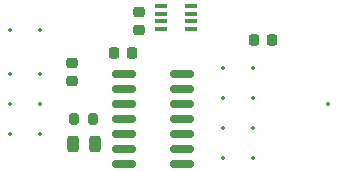
<source format=gtp>
%TF.GenerationSoftware,KiCad,Pcbnew,9.0.5*%
%TF.CreationDate,2025-11-26T16:17:29+01:00*%
%TF.ProjectId,Stacja_pogody_SD,53746163-6a61-45f7-906f-676f64795f53,rev?*%
%TF.SameCoordinates,Original*%
%TF.FileFunction,Paste,Top*%
%TF.FilePolarity,Positive*%
%FSLAX46Y46*%
G04 Gerber Fmt 4.6, Leading zero omitted, Abs format (unit mm)*
G04 Created by KiCad (PCBNEW 9.0.5) date 2025-11-26 16:17:29*
%MOMM*%
%LPD*%
G01*
G04 APERTURE LIST*
G04 Aperture macros list*
%AMRoundRect*
0 Rectangle with rounded corners*
0 $1 Rounding radius*
0 $2 $3 $4 $5 $6 $7 $8 $9 X,Y pos of 4 corners*
0 Add a 4 corners polygon primitive as box body*
4,1,4,$2,$3,$4,$5,$6,$7,$8,$9,$2,$3,0*
0 Add four circle primitives for the rounded corners*
1,1,$1+$1,$2,$3*
1,1,$1+$1,$4,$5*
1,1,$1+$1,$6,$7*
1,1,$1+$1,$8,$9*
0 Add four rect primitives between the rounded corners*
20,1,$1+$1,$2,$3,$4,$5,0*
20,1,$1+$1,$4,$5,$6,$7,0*
20,1,$1+$1,$6,$7,$8,$9,0*
20,1,$1+$1,$8,$9,$2,$3,0*%
G04 Aperture macros list end*
%ADD10R,1.000000X0.350000*%
%ADD11RoundRect,0.225000X-0.250000X0.225000X-0.250000X-0.225000X0.250000X-0.225000X0.250000X0.225000X0*%
%ADD12RoundRect,0.200000X0.200000X0.275000X-0.200000X0.275000X-0.200000X-0.275000X0.200000X-0.275000X0*%
%ADD13RoundRect,0.225000X0.225000X0.250000X-0.225000X0.250000X-0.225000X-0.250000X0.225000X-0.250000X0*%
%ADD14RoundRect,0.243750X0.243750X0.456250X-0.243750X0.456250X-0.243750X-0.456250X0.243750X-0.456250X0*%
%ADD15RoundRect,0.150000X-0.825000X-0.150000X0.825000X-0.150000X0.825000X0.150000X-0.825000X0.150000X0*%
%ADD16C,0.350000*%
G04 APERTURE END LIST*
D10*
%TO.C,U3*%
X132390000Y-35710000D03*
X132390000Y-36360000D03*
X132390000Y-37010000D03*
X132390000Y-37660000D03*
X129840000Y-37660000D03*
X129840000Y-37010000D03*
X129840000Y-36360000D03*
X129840000Y-35710000D03*
%TD*%
D11*
%TO.C,C1*%
X128000000Y-36225000D03*
X128000000Y-37775000D03*
%TD*%
D12*
%TO.C,R1*%
X124150000Y-45260000D03*
X122500000Y-45260000D03*
%TD*%
D11*
%TO.C,C4*%
X122325000Y-40535000D03*
X122325000Y-42085000D03*
%TD*%
D13*
%TO.C,C3*%
X127425000Y-39720000D03*
X125875000Y-39720000D03*
%TD*%
D14*
%TO.C,D1*%
X124302500Y-47370000D03*
X122427500Y-47370000D03*
%TD*%
D13*
%TO.C,C2*%
X139305000Y-38590000D03*
X137755000Y-38590000D03*
%TD*%
D15*
%TO.C,U2*%
X126735000Y-41497500D03*
X126735000Y-42767500D03*
X126735000Y-44037500D03*
X126735000Y-45307500D03*
X126735000Y-46577500D03*
X126735000Y-47847500D03*
X126735000Y-49117500D03*
X131685000Y-49117500D03*
X131685000Y-47847500D03*
X131685000Y-46577500D03*
X131685000Y-45307500D03*
X131685000Y-44037500D03*
X131685000Y-42767500D03*
X131685000Y-41497500D03*
%TD*%
D16*
X119645000Y-37750000D03*
X117105000Y-37750000D03*
X117115000Y-41500000D03*
X119655000Y-41500000D03*
X117115000Y-44040000D03*
X119655000Y-44040000D03*
X117115000Y-46580000D03*
X119655000Y-46580000D03*
X144000000Y-44000000D03*
X135100000Y-40940000D03*
X137640000Y-40940000D03*
X135100000Y-43480000D03*
X137640000Y-43480000D03*
X135100000Y-46020000D03*
X137640000Y-46020000D03*
X135100000Y-48560000D03*
X137640000Y-48560000D03*
M02*

</source>
